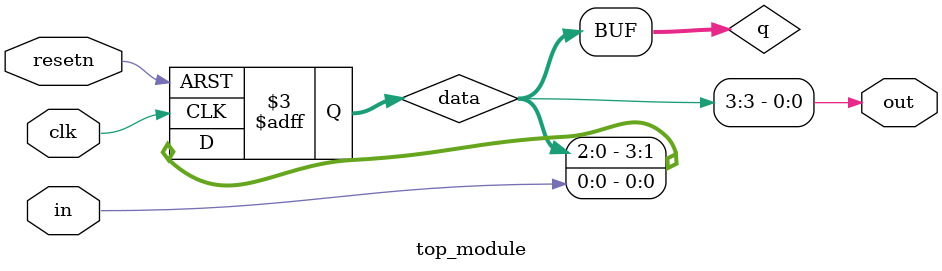
<source format=sv>
module top_module (
  input clk,
  input resetn,
  input in,
  output out
);

  reg [3:0] data;
  wire [3:0] q;

  always @(posedge clk or negedge resetn) begin
    if (!resetn) begin
      data <= 4'b0000;
    end else begin
      data <= {data[2:0], in};
    end
  end

  assign q = data;

  assign out = q[3];

endmodule

</source>
